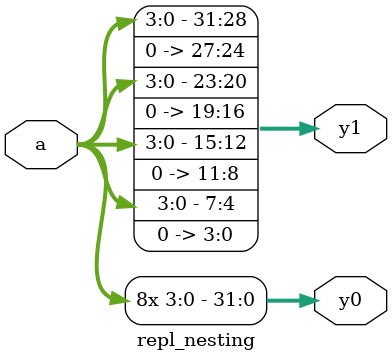
<source format=v>
module repl_nesting(
  input  wire [3:0] a,
  output wire [31:0] y0,
  output wire [31:0] y1
);
  assign y0 = {8{a}};             // replicate a 4-bit value 8 times
  assign y1 = {4{{a, 4'h0}}};     // replicate an 8-bit concat 4 times
endmodule

</source>
